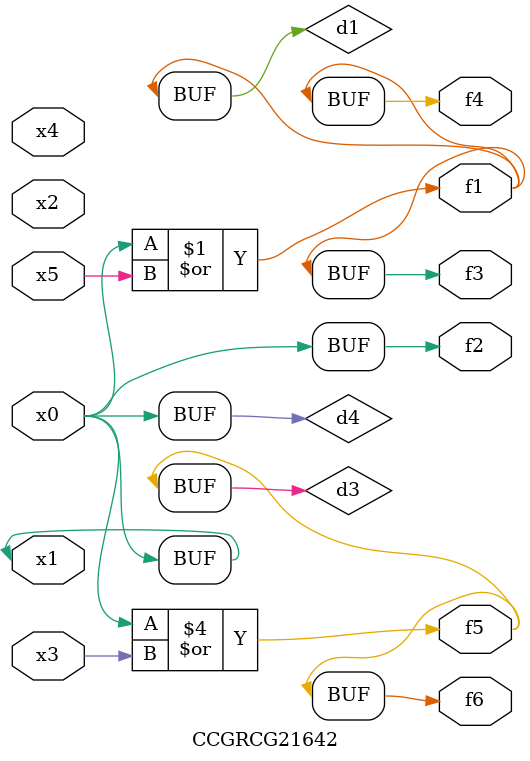
<source format=v>
module CCGRCG21642(
	input x0, x1, x2, x3, x4, x5,
	output f1, f2, f3, f4, f5, f6
);

	wire d1, d2, d3, d4;

	or (d1, x0, x5);
	xnor (d2, x1, x4);
	or (d3, x0, x3);
	buf (d4, x0, x1);
	assign f1 = d1;
	assign f2 = d4;
	assign f3 = d1;
	assign f4 = d1;
	assign f5 = d3;
	assign f6 = d3;
endmodule

</source>
